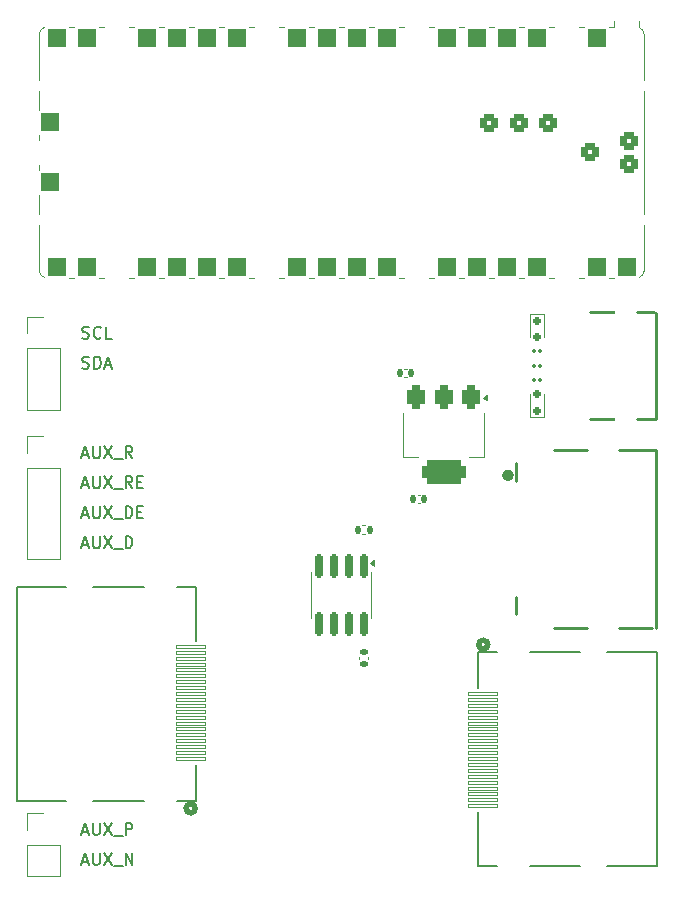
<source format=gbr>
%TF.GenerationSoftware,KiCad,Pcbnew,9.0.1*%
%TF.CreationDate,2025-08-01T22:35:38-04:00*%
%TF.ProjectId,hardwareddc-aux-breakout,68617264-7761-4726-9564-64632d617578,rev?*%
%TF.SameCoordinates,Original*%
%TF.FileFunction,Legend,Top*%
%TF.FilePolarity,Positive*%
%FSLAX46Y46*%
G04 Gerber Fmt 4.6, Leading zero omitted, Abs format (unit mm)*
G04 Created by KiCad (PCBNEW 9.0.1) date 2025-08-01 22:35:38*
%MOMM*%
%LPD*%
G01*
G04 APERTURE LIST*
G04 Aperture macros list*
%AMRoundRect*
0 Rectangle with rounded corners*
0 $1 Rounding radius*
0 $2 $3 $4 $5 $6 $7 $8 $9 X,Y pos of 4 corners*
0 Add a 4 corners polygon primitive as box body*
4,1,4,$2,$3,$4,$5,$6,$7,$8,$9,$2,$3,0*
0 Add four circle primitives for the rounded corners*
1,1,$1+$1,$2,$3*
1,1,$1+$1,$4,$5*
1,1,$1+$1,$6,$7*
1,1,$1+$1,$8,$9*
0 Add four rect primitives between the rounded corners*
20,1,$1+$1,$2,$3,$4,$5,0*
20,1,$1+$1,$4,$5,$6,$7,0*
20,1,$1+$1,$6,$7,$8,$9,0*
20,1,$1+$1,$8,$9,$2,$3,0*%
%AMFreePoly0*
4,1,37,0.800000,0.796148,0.878414,0.796148,1.032228,0.765552,1.177117,0.705537,1.307515,0.618408,1.418408,0.507515,1.505537,0.377117,1.565552,0.232228,1.596148,0.078414,1.596148,-0.078414,1.565552,-0.232228,1.505537,-0.377117,1.418408,-0.507515,1.307515,-0.618408,1.177117,-0.705537,1.032228,-0.765552,0.878414,-0.796148,0.800000,-0.796148,0.800000,-0.800000,-1.400000,-0.800000,
-1.403843,-0.796157,-1.439018,-0.796157,-1.511114,-0.766294,-1.566294,-0.711114,-1.596157,-0.639018,-1.596157,-0.603843,-1.600000,-0.600000,-1.600000,0.600000,-1.596157,0.603843,-1.596157,0.639018,-1.566294,0.711114,-1.511114,0.766294,-1.439018,0.796157,-1.403843,0.796157,-1.400000,0.800000,0.800000,0.800000,0.800000,0.796148,0.800000,0.796148,$1*%
%AMFreePoly1*
4,1,37,1.403843,0.796157,1.439018,0.796157,1.511114,0.766294,1.566294,0.711114,1.596157,0.639018,1.596157,0.603843,1.600000,0.600000,1.600000,-0.600000,1.596157,-0.603843,1.596157,-0.639018,1.566294,-0.711114,1.511114,-0.766294,1.439018,-0.796157,1.403843,-0.796157,1.400000,-0.800000,-0.800000,-0.800000,-0.800000,-0.796148,-0.878414,-0.796148,-1.032228,-0.765552,-1.177117,-0.705537,
-1.307515,-0.618408,-1.418408,-0.507515,-1.505537,-0.377117,-1.565552,-0.232228,-1.596148,-0.078414,-1.596148,0.078414,-1.565552,0.232228,-1.505537,0.377117,-1.418408,0.507515,-1.307515,0.618408,-1.177117,0.705537,-1.032228,0.765552,-0.878414,0.796148,-0.800000,0.796148,-0.800000,0.800000,1.400000,0.800000,1.403843,0.796157,1.403843,0.796157,$1*%
%AMFreePoly2*
4,1,37,1.600000,0.796148,1.678414,0.796148,1.832228,0.765552,1.977117,0.705537,2.107515,0.618408,2.218408,0.507515,2.305537,0.377117,2.365552,0.232228,2.396148,0.078414,2.396148,-0.078414,2.365552,-0.232228,2.305537,-0.377117,2.218408,-0.507515,2.107515,-0.618408,1.977117,-0.705537,1.832228,-0.765552,1.678414,-0.796148,1.600000,-0.796148,1.600000,-0.800000,-0.600000,-0.800000,
-0.603843,-0.796157,-0.639018,-0.796157,-0.711114,-0.766294,-0.766294,-0.711114,-0.796157,-0.639018,-0.796157,-0.603843,-0.800000,-0.600000,-0.800000,0.600000,-0.796157,0.603843,-0.796157,0.639018,-0.766294,0.711114,-0.711114,0.766294,-0.639018,0.796157,-0.603843,0.796157,-0.600000,0.800000,1.600000,0.800000,1.600000,0.796148,1.600000,0.796148,$1*%
G04 Aperture macros list end*
%ADD10C,0.150000*%
%ADD11C,0.120000*%
%ADD12C,0.152400*%
%ADD13C,0.508000*%
%ADD14C,0.250000*%
%ADD15C,0.500000*%
%ADD16C,0.254000*%
%ADD17RoundRect,0.150000X0.200000X-0.150000X0.200000X0.150000X-0.200000X0.150000X-0.200000X-0.150000X0*%
%ADD18RoundRect,0.075000X-0.125000X-0.075000X0.125000X-0.075000X0.125000X0.075000X-0.125000X0.075000X0*%
%ADD19C,1.447800*%
%ADD20RoundRect,0.050000X1.193800X-0.152400X1.193800X0.152400X-1.193800X0.152400X-1.193800X-0.152400X0*%
%ADD21O,2.504000X1.404000*%
%ADD22O,2.004000X1.404000*%
%ADD23RoundRect,0.150000X-0.200000X0.150000X-0.200000X-0.150000X0.200000X-0.150000X0.200000X0.150000X0*%
%ADD24R,1.700000X1.700000*%
%ADD25C,1.700000*%
%ADD26RoundRect,0.135000X-0.135000X-0.185000X0.135000X-0.185000X0.135000X0.185000X-0.135000X0.185000X0*%
%ADD27RoundRect,0.140000X-0.170000X0.140000X-0.170000X-0.140000X0.170000X-0.140000X0.170000X0.140000X0*%
%ADD28O,1.800000X1.100000*%
%ADD29O,1.450000X1.050000*%
%ADD30FreePoly0,270.000000*%
%ADD31RoundRect,0.800000X-0.000010X0.800000X-0.000010X-0.800000X0.000010X-0.800000X0.000010X0.800000X0*%
%ADD32FreePoly1,270.000000*%
%ADD33RoundRect,0.800000X-0.800000X-0.000010X0.800000X-0.000010X0.800000X0.000010X-0.800000X0.000010X0*%
%ADD34FreePoly2,180.000000*%
%ADD35RoundRect,0.300000X-0.450000X0.450000X-0.450000X-0.450000X0.450000X-0.450000X0.450000X0.450000X0*%
%ADD36RoundRect,0.075000X0.125000X0.075000X-0.125000X0.075000X-0.125000X-0.075000X0.125000X-0.075000X0*%
%ADD37R,2.600000X0.300000*%
%ADD38O,3.300000X1.500000*%
%ADD39O,2.300000X1.500000*%
%ADD40RoundRect,0.140000X0.140000X0.170000X-0.140000X0.170000X-0.140000X-0.170000X0.140000X-0.170000X0*%
%ADD41RoundRect,0.150000X-0.150000X0.825000X-0.150000X-0.825000X0.150000X-0.825000X0.150000X0.825000X0*%
%ADD42RoundRect,0.050000X-1.193800X0.152400X-1.193800X-0.152400X1.193800X-0.152400X1.193800X0.152400X0*%
%ADD43R,1.100000X0.550000*%
%ADD44R,1.100000X0.300000*%
%ADD45O,2.000000X1.100000*%
%ADD46O,1.800000X1.200000*%
%ADD47RoundRect,0.375000X-0.375000X0.625000X-0.375000X-0.625000X0.375000X-0.625000X0.375000X0.625000X0*%
%ADD48RoundRect,0.500000X-1.400000X0.500000X-1.400000X-0.500000X1.400000X-0.500000X1.400000X0.500000X0*%
G04 APERTURE END LIST*
D10*
X105589160Y-122584104D02*
X106065350Y-122584104D01*
X105493922Y-122869819D02*
X105827255Y-121869819D01*
X105827255Y-121869819D02*
X106160588Y-122869819D01*
X106493922Y-121869819D02*
X106493922Y-122679342D01*
X106493922Y-122679342D02*
X106541541Y-122774580D01*
X106541541Y-122774580D02*
X106589160Y-122822200D01*
X106589160Y-122822200D02*
X106684398Y-122869819D01*
X106684398Y-122869819D02*
X106874874Y-122869819D01*
X106874874Y-122869819D02*
X106970112Y-122822200D01*
X106970112Y-122822200D02*
X107017731Y-122774580D01*
X107017731Y-122774580D02*
X107065350Y-122679342D01*
X107065350Y-122679342D02*
X107065350Y-121869819D01*
X107446303Y-121869819D02*
X108112969Y-122869819D01*
X108112969Y-121869819D02*
X107446303Y-122869819D01*
X108255827Y-122965057D02*
X109017731Y-122965057D01*
X109255827Y-122869819D02*
X109255827Y-121869819D01*
X109255827Y-121869819D02*
X109827255Y-122869819D01*
X109827255Y-122869819D02*
X109827255Y-121869819D01*
X105589160Y-93217104D02*
X106065350Y-93217104D01*
X105493922Y-93502819D02*
X105827255Y-92502819D01*
X105827255Y-92502819D02*
X106160588Y-93502819D01*
X106493922Y-92502819D02*
X106493922Y-93312342D01*
X106493922Y-93312342D02*
X106541541Y-93407580D01*
X106541541Y-93407580D02*
X106589160Y-93455200D01*
X106589160Y-93455200D02*
X106684398Y-93502819D01*
X106684398Y-93502819D02*
X106874874Y-93502819D01*
X106874874Y-93502819D02*
X106970112Y-93455200D01*
X106970112Y-93455200D02*
X107017731Y-93407580D01*
X107017731Y-93407580D02*
X107065350Y-93312342D01*
X107065350Y-93312342D02*
X107065350Y-92502819D01*
X107446303Y-92502819D02*
X108112969Y-93502819D01*
X108112969Y-92502819D02*
X107446303Y-93502819D01*
X108255827Y-93598057D02*
X109017731Y-93598057D01*
X109255827Y-93502819D02*
X109255827Y-92502819D01*
X109255827Y-92502819D02*
X109493922Y-92502819D01*
X109493922Y-92502819D02*
X109636779Y-92550438D01*
X109636779Y-92550438D02*
X109732017Y-92645676D01*
X109732017Y-92645676D02*
X109779636Y-92740914D01*
X109779636Y-92740914D02*
X109827255Y-92931390D01*
X109827255Y-92931390D02*
X109827255Y-93074247D01*
X109827255Y-93074247D02*
X109779636Y-93264723D01*
X109779636Y-93264723D02*
X109732017Y-93359961D01*
X109732017Y-93359961D02*
X109636779Y-93455200D01*
X109636779Y-93455200D02*
X109493922Y-93502819D01*
X109493922Y-93502819D02*
X109255827Y-93502819D01*
X110255827Y-92979009D02*
X110589160Y-92979009D01*
X110732017Y-93502819D02*
X110255827Y-93502819D01*
X110255827Y-93502819D02*
X110255827Y-92502819D01*
X110255827Y-92502819D02*
X110732017Y-92502819D01*
X105589160Y-90677104D02*
X106065350Y-90677104D01*
X105493922Y-90962819D02*
X105827255Y-89962819D01*
X105827255Y-89962819D02*
X106160588Y-90962819D01*
X106493922Y-89962819D02*
X106493922Y-90772342D01*
X106493922Y-90772342D02*
X106541541Y-90867580D01*
X106541541Y-90867580D02*
X106589160Y-90915200D01*
X106589160Y-90915200D02*
X106684398Y-90962819D01*
X106684398Y-90962819D02*
X106874874Y-90962819D01*
X106874874Y-90962819D02*
X106970112Y-90915200D01*
X106970112Y-90915200D02*
X107017731Y-90867580D01*
X107017731Y-90867580D02*
X107065350Y-90772342D01*
X107065350Y-90772342D02*
X107065350Y-89962819D01*
X107446303Y-89962819D02*
X108112969Y-90962819D01*
X108112969Y-89962819D02*
X107446303Y-90962819D01*
X108255827Y-91058057D02*
X109017731Y-91058057D01*
X109827255Y-90962819D02*
X109493922Y-90486628D01*
X109255827Y-90962819D02*
X109255827Y-89962819D01*
X109255827Y-89962819D02*
X109636779Y-89962819D01*
X109636779Y-89962819D02*
X109732017Y-90010438D01*
X109732017Y-90010438D02*
X109779636Y-90058057D01*
X109779636Y-90058057D02*
X109827255Y-90153295D01*
X109827255Y-90153295D02*
X109827255Y-90296152D01*
X109827255Y-90296152D02*
X109779636Y-90391390D01*
X109779636Y-90391390D02*
X109732017Y-90439009D01*
X109732017Y-90439009D02*
X109636779Y-90486628D01*
X109636779Y-90486628D02*
X109255827Y-90486628D01*
X110255827Y-90439009D02*
X110589160Y-90439009D01*
X110732017Y-90962819D02*
X110255827Y-90962819D01*
X110255827Y-90962819D02*
X110255827Y-89962819D01*
X110255827Y-89962819D02*
X110732017Y-89962819D01*
X105589160Y-78257200D02*
X105732017Y-78304819D01*
X105732017Y-78304819D02*
X105970112Y-78304819D01*
X105970112Y-78304819D02*
X106065350Y-78257200D01*
X106065350Y-78257200D02*
X106112969Y-78209580D01*
X106112969Y-78209580D02*
X106160588Y-78114342D01*
X106160588Y-78114342D02*
X106160588Y-78019104D01*
X106160588Y-78019104D02*
X106112969Y-77923866D01*
X106112969Y-77923866D02*
X106065350Y-77876247D01*
X106065350Y-77876247D02*
X105970112Y-77828628D01*
X105970112Y-77828628D02*
X105779636Y-77781009D01*
X105779636Y-77781009D02*
X105684398Y-77733390D01*
X105684398Y-77733390D02*
X105636779Y-77685771D01*
X105636779Y-77685771D02*
X105589160Y-77590533D01*
X105589160Y-77590533D02*
X105589160Y-77495295D01*
X105589160Y-77495295D02*
X105636779Y-77400057D01*
X105636779Y-77400057D02*
X105684398Y-77352438D01*
X105684398Y-77352438D02*
X105779636Y-77304819D01*
X105779636Y-77304819D02*
X106017731Y-77304819D01*
X106017731Y-77304819D02*
X106160588Y-77352438D01*
X107160588Y-78209580D02*
X107112969Y-78257200D01*
X107112969Y-78257200D02*
X106970112Y-78304819D01*
X106970112Y-78304819D02*
X106874874Y-78304819D01*
X106874874Y-78304819D02*
X106732017Y-78257200D01*
X106732017Y-78257200D02*
X106636779Y-78161961D01*
X106636779Y-78161961D02*
X106589160Y-78066723D01*
X106589160Y-78066723D02*
X106541541Y-77876247D01*
X106541541Y-77876247D02*
X106541541Y-77733390D01*
X106541541Y-77733390D02*
X106589160Y-77542914D01*
X106589160Y-77542914D02*
X106636779Y-77447676D01*
X106636779Y-77447676D02*
X106732017Y-77352438D01*
X106732017Y-77352438D02*
X106874874Y-77304819D01*
X106874874Y-77304819D02*
X106970112Y-77304819D01*
X106970112Y-77304819D02*
X107112969Y-77352438D01*
X107112969Y-77352438D02*
X107160588Y-77400057D01*
X108065350Y-78304819D02*
X107589160Y-78304819D01*
X107589160Y-78304819D02*
X107589160Y-77304819D01*
X105589160Y-95757104D02*
X106065350Y-95757104D01*
X105493922Y-96042819D02*
X105827255Y-95042819D01*
X105827255Y-95042819D02*
X106160588Y-96042819D01*
X106493922Y-95042819D02*
X106493922Y-95852342D01*
X106493922Y-95852342D02*
X106541541Y-95947580D01*
X106541541Y-95947580D02*
X106589160Y-95995200D01*
X106589160Y-95995200D02*
X106684398Y-96042819D01*
X106684398Y-96042819D02*
X106874874Y-96042819D01*
X106874874Y-96042819D02*
X106970112Y-95995200D01*
X106970112Y-95995200D02*
X107017731Y-95947580D01*
X107017731Y-95947580D02*
X107065350Y-95852342D01*
X107065350Y-95852342D02*
X107065350Y-95042819D01*
X107446303Y-95042819D02*
X108112969Y-96042819D01*
X108112969Y-95042819D02*
X107446303Y-96042819D01*
X108255827Y-96138057D02*
X109017731Y-96138057D01*
X109255827Y-96042819D02*
X109255827Y-95042819D01*
X109255827Y-95042819D02*
X109493922Y-95042819D01*
X109493922Y-95042819D02*
X109636779Y-95090438D01*
X109636779Y-95090438D02*
X109732017Y-95185676D01*
X109732017Y-95185676D02*
X109779636Y-95280914D01*
X109779636Y-95280914D02*
X109827255Y-95471390D01*
X109827255Y-95471390D02*
X109827255Y-95614247D01*
X109827255Y-95614247D02*
X109779636Y-95804723D01*
X109779636Y-95804723D02*
X109732017Y-95899961D01*
X109732017Y-95899961D02*
X109636779Y-95995200D01*
X109636779Y-95995200D02*
X109493922Y-96042819D01*
X109493922Y-96042819D02*
X109255827Y-96042819D01*
X105589160Y-80797200D02*
X105732017Y-80844819D01*
X105732017Y-80844819D02*
X105970112Y-80844819D01*
X105970112Y-80844819D02*
X106065350Y-80797200D01*
X106065350Y-80797200D02*
X106112969Y-80749580D01*
X106112969Y-80749580D02*
X106160588Y-80654342D01*
X106160588Y-80654342D02*
X106160588Y-80559104D01*
X106160588Y-80559104D02*
X106112969Y-80463866D01*
X106112969Y-80463866D02*
X106065350Y-80416247D01*
X106065350Y-80416247D02*
X105970112Y-80368628D01*
X105970112Y-80368628D02*
X105779636Y-80321009D01*
X105779636Y-80321009D02*
X105684398Y-80273390D01*
X105684398Y-80273390D02*
X105636779Y-80225771D01*
X105636779Y-80225771D02*
X105589160Y-80130533D01*
X105589160Y-80130533D02*
X105589160Y-80035295D01*
X105589160Y-80035295D02*
X105636779Y-79940057D01*
X105636779Y-79940057D02*
X105684398Y-79892438D01*
X105684398Y-79892438D02*
X105779636Y-79844819D01*
X105779636Y-79844819D02*
X106017731Y-79844819D01*
X106017731Y-79844819D02*
X106160588Y-79892438D01*
X106589160Y-80844819D02*
X106589160Y-79844819D01*
X106589160Y-79844819D02*
X106827255Y-79844819D01*
X106827255Y-79844819D02*
X106970112Y-79892438D01*
X106970112Y-79892438D02*
X107065350Y-79987676D01*
X107065350Y-79987676D02*
X107112969Y-80082914D01*
X107112969Y-80082914D02*
X107160588Y-80273390D01*
X107160588Y-80273390D02*
X107160588Y-80416247D01*
X107160588Y-80416247D02*
X107112969Y-80606723D01*
X107112969Y-80606723D02*
X107065350Y-80701961D01*
X107065350Y-80701961D02*
X106970112Y-80797200D01*
X106970112Y-80797200D02*
X106827255Y-80844819D01*
X106827255Y-80844819D02*
X106589160Y-80844819D01*
X107541541Y-80559104D02*
X108017731Y-80559104D01*
X107446303Y-80844819D02*
X107779636Y-79844819D01*
X107779636Y-79844819D02*
X108112969Y-80844819D01*
X105589160Y-120044104D02*
X106065350Y-120044104D01*
X105493922Y-120329819D02*
X105827255Y-119329819D01*
X105827255Y-119329819D02*
X106160588Y-120329819D01*
X106493922Y-119329819D02*
X106493922Y-120139342D01*
X106493922Y-120139342D02*
X106541541Y-120234580D01*
X106541541Y-120234580D02*
X106589160Y-120282200D01*
X106589160Y-120282200D02*
X106684398Y-120329819D01*
X106684398Y-120329819D02*
X106874874Y-120329819D01*
X106874874Y-120329819D02*
X106970112Y-120282200D01*
X106970112Y-120282200D02*
X107017731Y-120234580D01*
X107017731Y-120234580D02*
X107065350Y-120139342D01*
X107065350Y-120139342D02*
X107065350Y-119329819D01*
X107446303Y-119329819D02*
X108112969Y-120329819D01*
X108112969Y-119329819D02*
X107446303Y-120329819D01*
X108255827Y-120425057D02*
X109017731Y-120425057D01*
X109255827Y-120329819D02*
X109255827Y-119329819D01*
X109255827Y-119329819D02*
X109636779Y-119329819D01*
X109636779Y-119329819D02*
X109732017Y-119377438D01*
X109732017Y-119377438D02*
X109779636Y-119425057D01*
X109779636Y-119425057D02*
X109827255Y-119520295D01*
X109827255Y-119520295D02*
X109827255Y-119663152D01*
X109827255Y-119663152D02*
X109779636Y-119758390D01*
X109779636Y-119758390D02*
X109732017Y-119806009D01*
X109732017Y-119806009D02*
X109636779Y-119853628D01*
X109636779Y-119853628D02*
X109255827Y-119853628D01*
X105589160Y-88137104D02*
X106065350Y-88137104D01*
X105493922Y-88422819D02*
X105827255Y-87422819D01*
X105827255Y-87422819D02*
X106160588Y-88422819D01*
X106493922Y-87422819D02*
X106493922Y-88232342D01*
X106493922Y-88232342D02*
X106541541Y-88327580D01*
X106541541Y-88327580D02*
X106589160Y-88375200D01*
X106589160Y-88375200D02*
X106684398Y-88422819D01*
X106684398Y-88422819D02*
X106874874Y-88422819D01*
X106874874Y-88422819D02*
X106970112Y-88375200D01*
X106970112Y-88375200D02*
X107017731Y-88327580D01*
X107017731Y-88327580D02*
X107065350Y-88232342D01*
X107065350Y-88232342D02*
X107065350Y-87422819D01*
X107446303Y-87422819D02*
X108112969Y-88422819D01*
X108112969Y-87422819D02*
X107446303Y-88422819D01*
X108255827Y-88518057D02*
X109017731Y-88518057D01*
X109827255Y-88422819D02*
X109493922Y-87946628D01*
X109255827Y-88422819D02*
X109255827Y-87422819D01*
X109255827Y-87422819D02*
X109636779Y-87422819D01*
X109636779Y-87422819D02*
X109732017Y-87470438D01*
X109732017Y-87470438D02*
X109779636Y-87518057D01*
X109779636Y-87518057D02*
X109827255Y-87613295D01*
X109827255Y-87613295D02*
X109827255Y-87756152D01*
X109827255Y-87756152D02*
X109779636Y-87851390D01*
X109779636Y-87851390D02*
X109732017Y-87899009D01*
X109732017Y-87899009D02*
X109636779Y-87946628D01*
X109636779Y-87946628D02*
X109255827Y-87946628D01*
D11*
%TO.C,D2*%
X143475000Y-78198667D02*
X143475000Y-76238667D01*
X144675000Y-76238667D02*
X143475000Y-76238667D01*
X144675000Y-78198667D02*
X144675000Y-76238667D01*
D12*
%TO.C,J5*%
X139105600Y-104857600D02*
X139105600Y-107905600D01*
X139105600Y-118395800D02*
X139105600Y-122942400D01*
X139105600Y-122942400D02*
X140731200Y-122942400D01*
X140731200Y-104857600D02*
X139105600Y-104857600D01*
X143525200Y-122942400D02*
X147767000Y-122942400D01*
X147767000Y-104857600D02*
X143525200Y-104857600D01*
X150053000Y-122942400D02*
X154244000Y-122942400D01*
X154244000Y-104857600D02*
X150053000Y-104857600D01*
X154244000Y-122942400D02*
X154244000Y-104857600D01*
D13*
X139537400Y-103841600D02*
G75*
G02*
X139537400Y-104603600I0J-381000D01*
G01*
X139537400Y-104603600D02*
G75*
G02*
X139537400Y-103841600I0J381000D01*
G01*
D11*
%TO.C,D1*%
X143475000Y-83000000D02*
X143475000Y-84960000D01*
X143475000Y-84960000D02*
X144675000Y-84960000D01*
X144675000Y-83000000D02*
X144675000Y-84960000D01*
%TO.C,J3*%
X100920000Y-76470000D02*
X102300000Y-76470000D01*
X100920000Y-77850000D02*
X100920000Y-76470000D01*
X100920000Y-79120000D02*
X100920000Y-84310000D01*
X100920000Y-79120000D02*
X103680000Y-79120000D01*
X100920000Y-84310000D02*
X103680000Y-84310000D01*
X103680000Y-79120000D02*
X103680000Y-84310000D01*
%TO.C,R3*%
X129251359Y-94120000D02*
X129558641Y-94120000D01*
X129251359Y-94880000D02*
X129558641Y-94880000D01*
%TO.C,J4*%
X100920000Y-118495000D02*
X102300000Y-118495000D01*
X100920000Y-119875000D02*
X100920000Y-118495000D01*
X100920000Y-121145000D02*
X100920000Y-123795000D01*
X100920000Y-121145000D02*
X103680000Y-121145000D01*
X100920000Y-123795000D02*
X103680000Y-123795000D01*
X103680000Y-121145000D02*
X103680000Y-123795000D01*
%TO.C,C2*%
X129045000Y-105252164D02*
X129045000Y-105467836D01*
X129765000Y-105252164D02*
X129765000Y-105467836D01*
%TO.C,A1*%
X101940000Y-52540000D02*
X101940000Y-56377939D01*
X101940000Y-58940000D02*
X101940000Y-57302061D01*
X101940000Y-61060000D02*
X101940000Y-61480000D01*
X101940000Y-63600000D02*
X101940000Y-64020000D01*
X101940000Y-67777939D02*
X101940000Y-66140000D01*
X101940000Y-68702061D02*
X101940000Y-72540000D01*
X104900000Y-51930000D02*
X104480000Y-51930000D01*
X104900000Y-73150000D02*
X104480000Y-73150000D01*
X107440000Y-51930000D02*
X107020000Y-51930000D01*
X107440000Y-73150000D02*
X107020000Y-73150000D01*
X109980000Y-51930000D02*
X109560000Y-51930000D01*
X109980000Y-73150000D02*
X109560000Y-73150000D01*
X112520000Y-51930000D02*
X112100000Y-51930000D01*
X112520000Y-73150000D02*
X112100000Y-73150000D01*
X115060000Y-51930000D02*
X114640000Y-51930000D01*
X115060000Y-73150000D02*
X114640000Y-73150000D01*
X117600000Y-51930000D02*
X117180000Y-51930000D01*
X117600000Y-73150000D02*
X117180000Y-73150000D01*
X120140000Y-51930000D02*
X119720000Y-51930000D01*
X120140000Y-73150000D02*
X119720000Y-73150000D01*
X122680000Y-51930000D02*
X122260000Y-51930000D01*
X122680000Y-73150000D02*
X122260000Y-73150000D01*
X125220000Y-51930000D02*
X124800000Y-51930000D01*
X125220000Y-73150000D02*
X124800000Y-73150000D01*
X127760000Y-51930000D02*
X127340000Y-51930000D01*
X127760000Y-73150000D02*
X127340000Y-73150000D01*
X130300000Y-51930000D02*
X129880000Y-51930000D01*
X130300000Y-73150000D02*
X129880000Y-73150000D01*
X132840000Y-51930000D02*
X132420000Y-51930000D01*
X132840000Y-73150000D02*
X132420000Y-73150000D01*
X135380000Y-51930000D02*
X134960000Y-51930000D01*
X135380000Y-73150000D02*
X134960000Y-73150000D01*
X137920000Y-51930000D02*
X137500000Y-51930000D01*
X137920000Y-73150000D02*
X137500000Y-73150000D01*
X140460000Y-51930000D02*
X140040000Y-51930000D01*
X140460000Y-73150000D02*
X140040000Y-73150000D01*
X143000000Y-51930000D02*
X142580000Y-51930000D01*
X143000000Y-73150000D02*
X142580000Y-73150000D01*
X145540000Y-51930000D02*
X145120000Y-51930000D01*
X145540000Y-73150000D02*
X145120000Y-73150000D01*
X148080000Y-51930000D02*
X147660000Y-51930000D01*
X148080000Y-73150000D02*
X147660000Y-73150000D01*
X150620000Y-51930000D02*
X150200000Y-51930000D01*
X150620000Y-51930000D02*
X150620000Y-51450000D01*
X150620000Y-73150000D02*
X150200000Y-73150000D01*
X152740000Y-51960324D02*
X152740000Y-51450000D01*
X153160000Y-52540000D02*
X153160000Y-55030000D01*
X153160000Y-55030000D02*
X153160000Y-56377940D01*
X153160000Y-57302061D02*
X153160000Y-58305000D01*
X153160000Y-58305000D02*
X153160000Y-66775000D01*
X153160000Y-66775000D02*
X153160000Y-67777939D01*
X153160000Y-68702061D02*
X153160000Y-70050000D01*
X153160000Y-72540000D02*
X153160000Y-70050000D01*
X101940000Y-52540000D02*
G75*
G02*
X102360063Y-51960324I610002J-1D01*
G01*
X102360063Y-73119676D02*
G75*
G02*
X101940052Y-72540000I189737J579476D01*
G01*
X152740000Y-51960324D02*
G75*
G02*
X153160000Y-52540000I-190051J-579692D01*
G01*
X153160000Y-72540000D02*
G75*
G02*
X152739937Y-73119676I-610000J0D01*
G01*
%TO.C,J1*%
X100920000Y-86588000D02*
X102300000Y-86588000D01*
X100920000Y-87968000D02*
X100920000Y-86588000D01*
X100920000Y-89238000D02*
X100920000Y-96968000D01*
X100920000Y-89238000D02*
X103680000Y-89238000D01*
X100920000Y-96968000D02*
X103680000Y-96968000D01*
X103680000Y-89238000D02*
X103680000Y-96968000D01*
D14*
%TO.C,J7*%
X142300000Y-88866667D02*
X142300000Y-90376667D01*
X142300000Y-100146667D02*
X142300000Y-101656667D01*
X148330000Y-87766667D02*
X145530000Y-87766667D01*
X148330000Y-102766667D02*
X145530000Y-102766667D01*
X153800000Y-102766667D02*
X151030000Y-102766667D01*
X154180000Y-87766667D02*
X151030000Y-87766667D01*
X154180000Y-87766667D02*
X154180000Y-102766667D01*
D15*
X141880000Y-89886667D02*
G75*
G02*
X141380000Y-89886667I-250000J0D01*
G01*
X141380000Y-89886667D02*
G75*
G02*
X141880000Y-89886667I250000J0D01*
G01*
D11*
%TO.C,C3*%
X133037836Y-80840000D02*
X132822164Y-80840000D01*
X133037836Y-81560000D02*
X132822164Y-81560000D01*
%TO.C,U1*%
X124940000Y-100000000D02*
X124940000Y-98050000D01*
X124940000Y-100000000D02*
X124940000Y-101950000D01*
X130060000Y-100000000D02*
X130060000Y-98050000D01*
X130060000Y-100000000D02*
X130060000Y-101950000D01*
X130295000Y-97540000D02*
X129965000Y-97300000D01*
X130295000Y-97060000D01*
X130295000Y-97540000D01*
G36*
X130295000Y-97540000D02*
G01*
X129965000Y-97300000D01*
X130295000Y-97060000D01*
X130295000Y-97540000D01*
G37*
D12*
%TO.C,J6*%
X100056000Y-99357600D02*
X100056000Y-117442400D01*
X100056000Y-117442400D02*
X104247000Y-117442400D01*
X104247000Y-99357600D02*
X100056000Y-99357600D01*
X106533000Y-117442400D02*
X110774800Y-117442400D01*
X110774800Y-99357600D02*
X106533000Y-99357600D01*
X113568800Y-117442400D02*
X115194400Y-117442400D01*
X115194400Y-99357600D02*
X113568800Y-99357600D01*
X115194400Y-103904200D02*
X115194400Y-99357600D01*
X115194400Y-117442400D02*
X115194400Y-114394400D01*
D13*
X114762600Y-117696400D02*
G75*
G02*
X114762600Y-118458400I0J-381000D01*
G01*
X114762600Y-118458400D02*
G75*
G02*
X114762600Y-117696400I0J381000D01*
G01*
D16*
%TO.C,J2*%
X150594000Y-85098667D02*
X148606000Y-85098667D01*
X150597000Y-76026667D02*
X148603000Y-76026667D01*
X154026000Y-76026667D02*
X152553000Y-76026667D01*
X154175000Y-76098667D02*
X154175000Y-85098667D01*
X154175000Y-85098667D02*
X152556000Y-85098667D01*
D11*
%TO.C,C4*%
X134187836Y-91532667D02*
X133972164Y-91532667D01*
X134187836Y-92252667D02*
X133972164Y-92252667D01*
%TO.C,U2*%
X132770000Y-84582667D02*
X132770000Y-88342667D01*
X132770000Y-88342667D02*
X134030000Y-88342667D01*
X139590000Y-84582667D02*
X139590000Y-88342667D01*
X139590000Y-88342667D02*
X138330000Y-88342667D01*
X139820000Y-83542667D02*
X139490000Y-83302667D01*
X139820000Y-83062667D01*
X139820000Y-83542667D01*
G36*
X139820000Y-83542667D02*
G01*
X139490000Y-83302667D01*
X139820000Y-83062667D01*
X139820000Y-83542667D01*
G37*
%TD*%
%LPC*%
D17*
%TO.C,D2*%
X144075000Y-76798667D03*
X144075000Y-78198667D03*
%TD*%
D18*
%TO.C,R1*%
X143825000Y-81848667D03*
X144325000Y-81848667D03*
%TD*%
D19*
%TO.C,J5*%
X149824400Y-113900000D03*
D20*
X139532200Y-108400000D03*
X139532200Y-108900000D03*
X139532200Y-109400000D03*
X139532200Y-109900000D03*
X139532200Y-110400000D03*
X139532200Y-110900000D03*
X139532200Y-111400000D03*
X139532200Y-111900000D03*
X139532200Y-112400000D03*
X139532200Y-112900000D03*
X139532200Y-113400000D03*
X139532200Y-113900000D03*
X139532200Y-114400000D03*
X139532200Y-114900000D03*
X139532200Y-115400000D03*
X139532200Y-115900000D03*
X139532200Y-116400000D03*
X139532200Y-116900000D03*
X139532200Y-117400000D03*
X139532200Y-117900000D03*
D21*
X142128200Y-122155000D03*
X142128200Y-105645000D03*
D22*
X148910000Y-122155000D03*
X148910000Y-105645000D03*
%TD*%
D23*
%TO.C,D1*%
X144075000Y-84400000D03*
X144075000Y-83000000D03*
%TD*%
D24*
%TO.C,J3*%
X102300000Y-77850000D03*
D25*
X102300000Y-80390000D03*
X102300000Y-82930000D03*
%TD*%
D26*
%TO.C,R3*%
X128895000Y-94500000D03*
X129915000Y-94500000D03*
%TD*%
D24*
%TO.C,J4*%
X102300000Y-119875000D03*
D25*
X102300000Y-122415000D03*
%TD*%
D27*
%TO.C,C2*%
X129405000Y-104880000D03*
X129405000Y-105840000D03*
%TD*%
D28*
%TO.C,A1*%
X151550000Y-59815000D03*
D29*
X148520000Y-60115000D03*
X148520000Y-64965000D03*
D28*
X151550000Y-65265000D03*
D30*
X151680000Y-52850000D03*
D31*
X149140000Y-52850000D03*
D32*
X146600000Y-52850000D03*
D31*
X144060000Y-52850000D03*
X141520000Y-52850000D03*
X138980000Y-52850000D03*
X136440000Y-52850000D03*
D32*
X133900000Y-52850000D03*
D31*
X131360000Y-52850000D03*
X128820000Y-52850000D03*
X126280000Y-52850000D03*
X123740000Y-52850000D03*
D32*
X121200000Y-52850000D03*
D31*
X118660000Y-52850000D03*
X116120000Y-52850000D03*
X113580000Y-52850000D03*
X111040000Y-52850000D03*
D32*
X108500000Y-52850000D03*
D31*
X105960000Y-52850000D03*
X103420000Y-52850000D03*
X103420000Y-72230000D03*
X105960000Y-72230000D03*
D30*
X108500000Y-72230000D03*
D31*
X111040000Y-72230000D03*
X113580000Y-72230000D03*
X116120000Y-72230000D03*
X118660000Y-72230000D03*
D30*
X121200000Y-72230000D03*
D31*
X123740000Y-72230000D03*
X126280000Y-72230000D03*
X128820000Y-72230000D03*
X131360000Y-72230000D03*
D30*
X133900000Y-72230000D03*
D31*
X136440000Y-72230000D03*
X138980000Y-72230000D03*
X141520000Y-72230000D03*
X144060000Y-72230000D03*
D30*
X146600000Y-72230000D03*
D31*
X149140000Y-72230000D03*
X151680000Y-72230000D03*
D33*
X102850000Y-60000000D03*
D34*
X103650000Y-62540000D03*
D33*
X102850000Y-65080000D03*
D35*
X148550000Y-62540000D03*
X151850000Y-63540000D03*
X151850000Y-61540000D03*
X145050000Y-60040000D03*
X142550000Y-60040000D03*
X140050000Y-60040000D03*
%TD*%
D18*
%TO.C,R2*%
X143825000Y-79348974D03*
X144325000Y-79348974D03*
%TD*%
D24*
%TO.C,J1*%
X102300000Y-87968000D03*
D25*
X102300000Y-90508000D03*
X102300000Y-93048000D03*
X102300000Y-95588000D03*
%TD*%
D36*
%TO.C,C1*%
X144325000Y-80598667D03*
X143825000Y-80598667D03*
%TD*%
D37*
%TO.C,J7*%
X142920000Y-90766667D03*
X142920000Y-91266667D03*
X142920000Y-91766667D03*
X142920000Y-92266667D03*
X142920000Y-92766667D03*
X142920000Y-93266667D03*
X142920000Y-93766667D03*
X142920000Y-94266667D03*
X142920000Y-94766667D03*
X142920000Y-95266667D03*
X142920000Y-95766667D03*
X142920000Y-96266667D03*
X142920000Y-96766667D03*
X142920000Y-97266667D03*
X142920000Y-97766667D03*
X142920000Y-98266667D03*
X142920000Y-98766667D03*
X142920000Y-99266667D03*
X142920000Y-99766667D03*
D38*
X143680000Y-102516667D03*
D39*
X149680000Y-102516667D03*
D38*
X143680000Y-88016667D03*
D39*
X149680000Y-88016667D03*
%TD*%
D40*
%TO.C,C3*%
X133410000Y-81200000D03*
X132450000Y-81200000D03*
%TD*%
D41*
%TO.C,U1*%
X129405000Y-97525000D03*
X128135000Y-97525000D03*
X126865000Y-97525000D03*
X125595000Y-97525000D03*
X125595000Y-102475000D03*
X126865000Y-102475000D03*
X128135000Y-102475000D03*
X129405000Y-102475000D03*
%TD*%
D19*
%TO.C,J6*%
X104475600Y-108400000D03*
D42*
X114767800Y-113900000D03*
X114767800Y-113400000D03*
X114767800Y-112900000D03*
X114767800Y-112400000D03*
X114767800Y-111900000D03*
X114767800Y-111400000D03*
X114767800Y-110900000D03*
X114767800Y-110400000D03*
X114767800Y-109900000D03*
X114767800Y-109400000D03*
X114767800Y-108900000D03*
X114767800Y-108400000D03*
X114767800Y-107900000D03*
X114767800Y-107400000D03*
X114767800Y-106900000D03*
X114767800Y-106400000D03*
X114767800Y-105900000D03*
X114767800Y-105400000D03*
X114767800Y-104900000D03*
X114767800Y-104400000D03*
D21*
X112171800Y-100145000D03*
X112171800Y-116655000D03*
D22*
X105390000Y-100145000D03*
X105390000Y-116655000D03*
%TD*%
D43*
%TO.C,J2*%
X146825000Y-83798667D03*
X146825000Y-77398667D03*
X146825000Y-82998667D03*
X146825000Y-78198667D03*
D44*
X146825000Y-81848667D03*
X146825000Y-80848667D03*
X146825000Y-80348667D03*
X146825000Y-79348667D03*
X146825000Y-78848667D03*
X146825000Y-79848667D03*
X146825000Y-81348667D03*
X146825000Y-82348667D03*
D45*
X147375000Y-84923667D03*
D46*
X151575000Y-84923667D03*
D45*
X147375000Y-76273667D03*
D46*
X151575000Y-76273667D03*
%TD*%
D40*
%TO.C,C4*%
X134560000Y-91892667D03*
X133600000Y-91892667D03*
%TD*%
D47*
%TO.C,U2*%
X138480000Y-83282667D03*
X136180000Y-83282667D03*
D48*
X136180000Y-89582667D03*
D47*
X133880000Y-83282667D03*
%TD*%
%LPD*%
M02*

</source>
